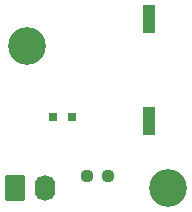
<source format=gbr>
%TF.GenerationSoftware,KiCad,Pcbnew,7.0.7*%
%TF.CreationDate,2023-09-06T19:43:05-05:00*%
%TF.ProjectId,HW1,4857312e-6b69-4636-9164-5f7063625858,1.0*%
%TF.SameCoordinates,Original*%
%TF.FileFunction,Soldermask,Top*%
%TF.FilePolarity,Negative*%
%FSLAX46Y46*%
G04 Gerber Fmt 4.6, Leading zero omitted, Abs format (unit mm)*
G04 Created by KiCad (PCBNEW 7.0.7) date 2023-09-06 19:43:05*
%MOMM*%
%LPD*%
G01*
G04 APERTURE LIST*
G04 Aperture macros list*
%AMRoundRect*
0 Rectangle with rounded corners*
0 $1 Rounding radius*
0 $2 $3 $4 $5 $6 $7 $8 $9 X,Y pos of 4 corners*
0 Add a 4 corners polygon primitive as box body*
4,1,4,$2,$3,$4,$5,$6,$7,$8,$9,$2,$3,0*
0 Add four circle primitives for the rounded corners*
1,1,$1+$1,$2,$3*
1,1,$1+$1,$4,$5*
1,1,$1+$1,$6,$7*
1,1,$1+$1,$8,$9*
0 Add four rect primitives between the rounded corners*
20,1,$1+$1,$2,$3,$4,$5,0*
20,1,$1+$1,$4,$5,$6,$7,0*
20,1,$1+$1,$6,$7,$8,$9,0*
20,1,$1+$1,$8,$9,$2,$3,0*%
G04 Aperture macros list end*
%ADD10C,3.200000*%
%ADD11R,1.120000X2.440000*%
%ADD12RoundRect,0.237500X0.250000X0.237500X-0.250000X0.237500X-0.250000X-0.237500X0.250000X-0.237500X0*%
%ADD13RoundRect,0.250000X-0.620000X-0.845000X0.620000X-0.845000X0.620000X0.845000X-0.620000X0.845000X0*%
%ADD14O,1.740000X2.190000*%
%ADD15R,0.800000X0.800000*%
G04 APERTURE END LIST*
D10*
%TO.C,REF\u002A\u002A*%
X134000000Y-94000000D03*
X134000000Y-94000000D03*
%TD*%
%TO.C,REF\u002A\u002A*%
X146000000Y-106000000D03*
X146000000Y-106000000D03*
%TD*%
D11*
%TO.C,SW1*%
X144320000Y-100335000D03*
X144320000Y-91725000D03*
%TD*%
D12*
%TO.C,R1*%
X140912500Y-105000000D03*
X139087500Y-105000000D03*
%TD*%
D13*
%TO.C,J1*%
X133000000Y-106000000D03*
D14*
X135540000Y-106000000D03*
%TD*%
D15*
%TO.C,D1*%
X136200000Y-100000000D03*
X137800000Y-100000000D03*
%TD*%
M02*

</source>
